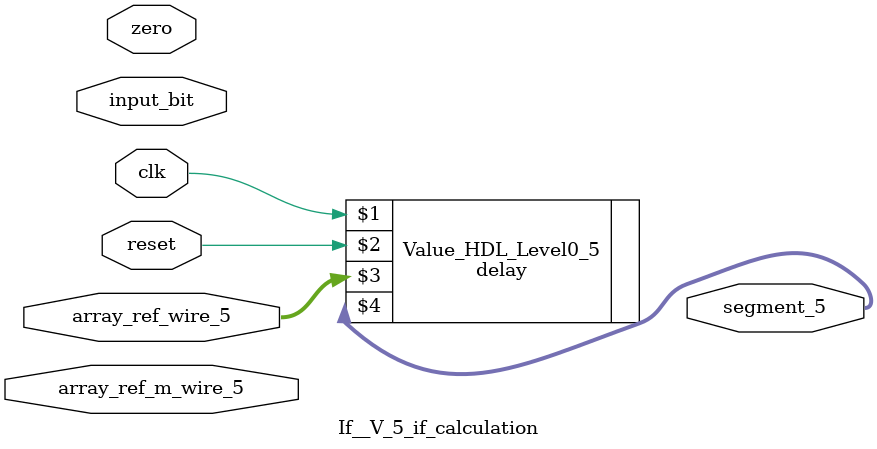
<source format=v>
module If__V_5_if_calculation(input [31:0]input_bit, input [31:0]zero, input [31:0]array_ref_wire_5, input [31:0]array_ref_m_wire_5, output [31:0]segment_5, input clk, input reset);



	//Proceed with segment_5 = delay(array_ref_wire_5) 
	wire [31:0]segment_5;
	delay Value_HDL_Level0_5 ( clk, reset, array_ref_wire_5, segment_5);




endmodule

</source>
